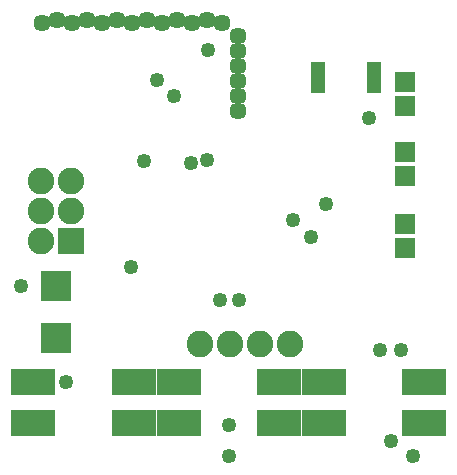
<source format=gts>
G04 MADE WITH FRITZING*
G04 WWW.FRITZING.ORG*
G04 DOUBLE SIDED*
G04 HOLES PLATED*
G04 CONTOUR ON CENTER OF CONTOUR VECTOR*
%ASAXBY*%
%FSLAX23Y23*%
%MOIN*%
%OFA0B0*%
%SFA1.0B1.0*%
%ADD10C,0.049370*%
%ADD11C,0.057244*%
%ADD12C,0.088740*%
%ADD13R,0.050158X0.026142*%
%ADD14R,0.104488X0.104488*%
%ADD15R,0.069055X0.065118*%
%ADD16R,0.088740X0.088740*%
%ADD17R,0.147795X0.088740*%
%LNMASK1*%
G90*
G70*
G54D10*
X1206Y1163D03*
X1351Y36D03*
X668Y1388D03*
X664Y1022D03*
X611Y1014D03*
G54D11*
X115Y1480D03*
X165Y1490D03*
X215Y1480D03*
X265Y1490D03*
X315Y1480D03*
X365Y1490D03*
X415Y1480D03*
X465Y1490D03*
X515Y1480D03*
X565Y1490D03*
X615Y1480D03*
X665Y1490D03*
X715Y1480D03*
X767Y1436D03*
X767Y1386D03*
X767Y1336D03*
X767Y1286D03*
X767Y1236D03*
X767Y1186D03*
G54D10*
X1011Y766D03*
X196Y284D03*
X46Y603D03*
X1312Y390D03*
X1062Y875D03*
X1243Y390D03*
X708Y556D03*
X771Y556D03*
X412Y666D03*
X456Y1020D03*
X739Y138D03*
X739Y35D03*
X1277Y86D03*
X952Y822D03*
G54D12*
X211Y753D03*
X111Y753D03*
X211Y853D03*
X111Y853D03*
X211Y953D03*
X111Y953D03*
X940Y410D03*
X840Y410D03*
X740Y410D03*
X640Y410D03*
G54D10*
X554Y1237D03*
X499Y1288D03*
G54D13*
X1034Y1335D03*
X1034Y1310D03*
X1034Y1284D03*
X1034Y1259D03*
X1223Y1259D03*
X1223Y1284D03*
X1223Y1310D03*
X1223Y1335D03*
G54D14*
X160Y603D03*
X160Y430D03*
G54D15*
X1326Y729D03*
X1326Y810D03*
X1326Y969D03*
X1326Y1050D03*
X1326Y1201D03*
X1326Y1282D03*
G54D16*
X211Y753D03*
G54D17*
X1054Y284D03*
X1054Y146D03*
X1389Y146D03*
X1389Y284D03*
X420Y146D03*
X420Y284D03*
X85Y284D03*
X85Y146D03*
X570Y284D03*
X570Y146D03*
X904Y146D03*
X904Y284D03*
G04 End of Mask1*
M02*
</source>
